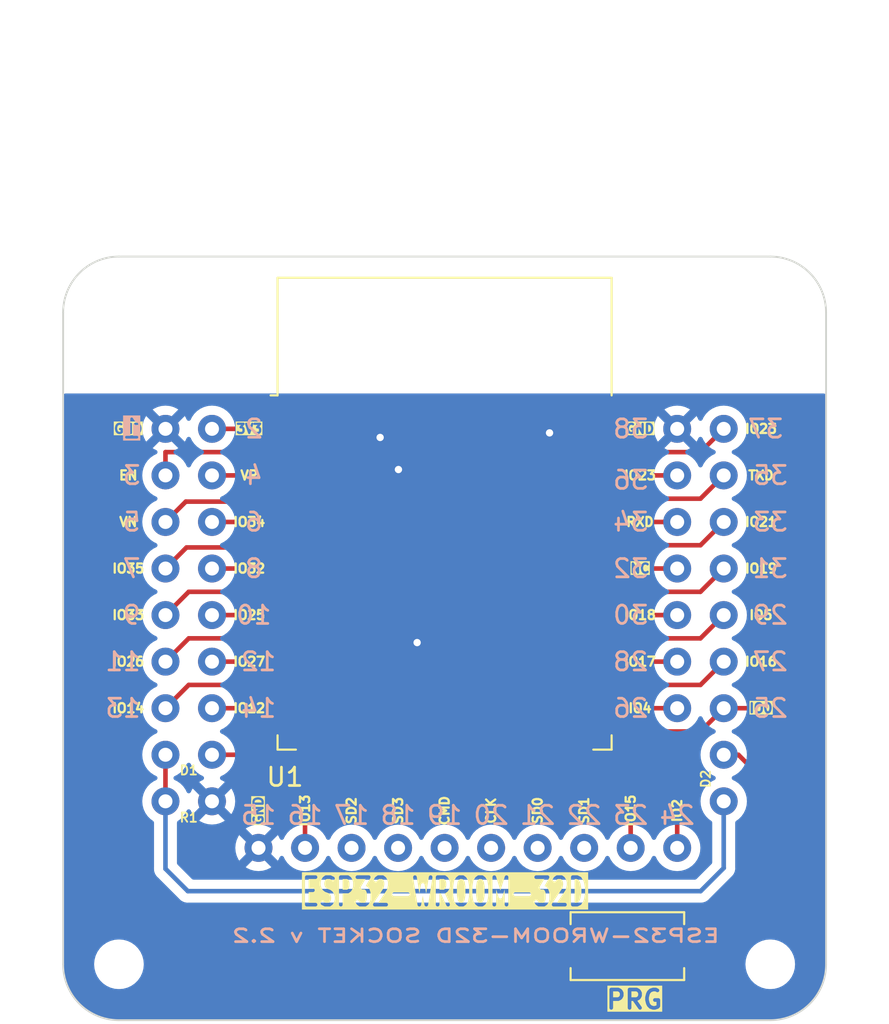
<source format=kicad_pcb>
(kicad_pcb (version 20221018) (generator pcbnew)
  (layers (0 "F.Cu" signal) (31 "B.Cu" signal) (34 "B.Paste" user) (35 "F.Paste" user) (36 "B.SilkS" user "B.Silkscreen") (37 "F.SilkS" user "F.Silkscreen") (38 "B.Mask" user) (39 "F.Mask" user) (44 "Edge.Cuts" user))
  (net 0 "")
  (net 1 "GND")
  (net 2 "+3V3")
  (net 3 "unconnected-(U1-EN-Pad3)")
  (net 4 "unconnected-(U1-SENSOR_VP-Pad4)")
  (net 5 "unconnected-(U1-SENSOR_VN-Pad5)")
  (net 6 "unconnected-(U1-IO34-Pad6)")
  (net 7 "unconnected-(U1-IO35-Pad7)")
  (net 8 "unconnected-(U1-IO32-Pad8)")
  (net 9 "unconnected-(U1-IO33-Pad9)")
  (net 10 "unconnected-(U1-IO25-Pad10)")
  (net 11 "unconnected-(U1-IO26-Pad11)")
  (net 12 "unconnected-(U1-IO27-Pad12)")
  (net 13 "unconnected-(U1-IO14-Pad13)")
  (net 14 "unconnected-(U1-IO12-Pad14)")
  (net 15 "unconnected-(U1-IO13-Pad16)")
  (net 22 "unconnected-(U1-IO15-Pad23)")
  (net 23 "unconnected-(U1-IO2-Pad24)")
  (net 24 "unconnected-(U1-IO4-Pad26)")
  (net 25 "unconnected-(U1-IO16-Pad27)")
  (net 26 "unconnected-(U1-IO17-Pad28)")
  (net 27 "unconnected-(U1-IO5-Pad29)")
  (net 28 "unconnected-(U1-IO18-Pad30)")
  (net 29 "unconnected-(U1-IO19-Pad31)")
  (net 30 "unconnected-(U1-NC-Pad32)")
  (net 31 "unconnected-(U1-IO21-Pad33)")
  (net 32 "unconnected-(U1-RXD0{slash}IO3-Pad34)")
  (net 33 "unconnected-(U1-TXD0{slash}IO1-Pad35)")
  (net 34 "unconnected-(U1-IO22-Pad36)")
  (net 35 "unconnected-(U1-IO23-Pad37)")
  (net 36 "Net-(D1-K)")
  (net 37 "Net-(D2-A)")
  (net 38 "Net-(U1-IO0)")
  (footprint "Alexander Footprints Library:R_2.5mm" (layer "F.Cu") (at 147.32 104.14)
    (fp_text reference "R1" (at -1.27 -1.651 unlocked) (layer "F.SilkS") (effects (font (size 0.5 0.5) (thickness 0.1))))
    (fp_text value "R")
    (pad "1" thru_hole circle (at -2.54 -2.54) (size 1.524 1.524) (drill 0.762) (layers "*.Cu" "*.Mask") (net 36 "Net-(D1-K)"))
    (pad "2" thru_hole circle (at 0 -2.54) (size 1.524 1.524) (drill 0.762) (layers "*.Cu" "*.Mask") (net 1 "GND"))
  )
  (footprint "Alexander Footprints Library:LED_2.5mm" (layer "F.Cu") (at 177.8 99.06 90)
    (fp_text reference "D2" (at -0.762 -3.2258 90 unlocked) (layer "F.SilkS") (effects (font (size 0.5 0.5) (thickness 0.1)) (justify right bottom)))
    (fp_text value "LED")
    (pad "1" thru_hole circle (at -2.54 -2.54 90) (size 1.524 1.524) (drill 0.762) (layers "*.Cu" "*.Mask") (net 36 "Net-(D1-K)"))
    (pad "2" thru_hole circle (at 0 -2.54 90) (size 1.524 1.524) (drill 0.762) (layers "*.Cu" "*.Mask") (net 37 "Net-(D2-A)"))
  )
  (footprint "MountingHole:MountingHole_2.2mm_M2" (layer "F.Cu") (at 142.24 74.93)
    (fp_text reference "H1" hide)
    (fp_text value "MountingHole_Pad_MP" hide)
    (pad "" np_thru_hole circle (at 0 0) (size 2.2 2.2) (drill 2.2) (layers "*.Cu" "*.Mask"))
  )
  (footprint "MountingHole:MountingHole_2.2mm_M2" (layer "F.Cu") (at 142.24 110.49)
    (fp_text reference "H3" hide)
    (fp_text value "MountingHole_Pad_MP" hide)
    (pad "" np_thru_hole circle (at 0 0) (size 2.2 2.2) (drill 2.2) (layers "*.Cu" "*.Mask"))
  )
  (footprint "MountingHole:MountingHole_2.2mm_M2" (layer "F.Cu") (at 177.8 110.49)
    (fp_text reference "H4" hide)
    (fp_text value "MountingHole_Pad_MP" hide)
    (pad "" np_thru_hole circle (at 0 0) (size 2.2 2.2) (drill 2.2) (layers "*.Cu" "*.Mask"))
  )
  (footprint "Alexander Footprints Library:LED_2.5mm" (layer "F.Cu") (at 147.32 109.22)
    (fp_text reference "D1" (at -1.27 -9.017 unlocked) (layer "F.SilkS") (effects (font (size 0.5 0.5) (thickness 0.1)) (justify bottom)))
    (fp_text value "LED")
    (pad "1" thru_hole circle (at -2.54 -10.16) (size 1.524 1.524) (drill 0.762) (layers "*.Cu" "*.Mask") (net 36 "Net-(D1-K)"))
    (pad "2" thru_hole circle (at 0 -10.16) (size 1.524 1.524) (drill 0.762) (layers "*.Cu" "*.Mask") (net 2 "+3V3"))
  )
  (footprint "MountingHole:MountingHole_2.2mm_M2" (layer "F.Cu") (at 177.8 74.93)
    (fp_text reference "H2" hide)
    (fp_text value "MountingHole_Pad_MP" hide)
    (pad "" np_thru_hole circle (at 0 0) (size 2.2 2.2) (drill 2.2) (layers "*.Cu" "*.Mask"))
  )
  (footprint "Alexander Footprints Library:ESP32-WROOM-Adapter-2" (layer "F.Cu") (at 160.02 88.9)
    (fp_text reference "U1" (at -7.62 10.795) (layer "F.SilkS") (effects (justify right top)))
    (fp_text value "ESP32-WROOM-32D")
    (fp_text user "ESP32-WROOM-32D" (at 0 17.653 unlocked) (layer "F.SilkS" knockout) (effects (font (size 1.5 1) (thickness 0.2) bold)))
    (fp_line (start -9.12 -15.86) (end -9.12 -9.445) (stroke (width 0.12)) (layer "F.SilkS"))
    (fp_line (start -9.12 -15.86) (end 9.12 -15.86) (stroke (width 0.12)) (layer "F.SilkS"))
    (fp_line (start -9.12 -9.445) (end -9.5 -9.445) (stroke (width 0.12)) (layer "F.SilkS"))
    (fp_line (start -9.12 9.1) (end -9.12 9.88) (stroke (width 0.12)) (layer "F.SilkS"))
    (fp_line (start -9.12 9.88) (end -8.12 9.88) (stroke (width 0.12)) (layer "F.SilkS"))
    (fp_line (start 9.12 -15.86) (end 9.12 -9.445) (stroke (width 0.12)) (layer "F.SilkS"))
    (fp_line (start 9.12 9.1) (end 9.12 9.88) (stroke (width 0.12)) (layer "F.SilkS"))
    (fp_line (start 9.12 9.88) (end 8.12 9.88) (stroke (width 0.12)) (layer "F.SilkS"))
    (pad "1" thru_hole circle (at -15.24 -7.62) (size 1.524 1.524) (drill 0.762) (layers "*.Cu" "*.Mask") (net 1 "GND"))
    (pad "1" smd rect (at -8.75 -8.25) (size 1.5 0.9) (layers "F.Cu" "F.Paste" "F.Mask") (net 1 "GND"))
    (pad "2" thru_hole circle (at -12.7 -7.62) (size 1.524 1.524) (drill 0.762) (layers "*.Cu" "*.Mask") (net 2 "+3V3"))
    (pad "2" smd rect (at -8.75 -6.98) (size 1.5 0.9) (layers "F.Cu" "F.Paste" "F.Mask") (net 2 "+3V3"))
    (pad "3" thru_hole circle (at -15.24 -5.08) (size 1.524 1.524) (drill 0.762) (layers "*.Cu" "*.Mask") (net 3 "unconnected-(U1-EN-Pad3)"))
    (pad "3" smd rect (at -8.75 -5.71) (size 1.5 0.9) (layers "F.Cu" "F.Paste" "F.Mask") (net 3 "unconnected-(U1-EN-Pad3)"))
    (pad "4" thru_hole circle (at -12.7 -5.08) (size 1.524 1.524) (drill 0.762) (layers "*.Cu" "*.Mask") (net 4 "unconnected-(U1-SENSOR_VP-Pad4)"))
    (pad "4" smd rect (at -8.75 -4.44) (size 1.5 0.9) (layers "F.Cu" "F.Paste" "F.Mask") (net 4 "unconnected-(U1-SENSOR_VP-Pad4)"))
    (pad "5" thru_hole circle (at -15.24 -2.54) (size 1.524 1.524) (drill 0.762) (layers "*.Cu" "*.Mask") (net 5 "unconnected-(U1-SENSOR_VN-Pad5)"))
    (pad "5" smd rect (at -8.75 -3.17) (size 1.5 0.9) (layers "F.Cu" "F.Paste" "F.Mask") (net 5 "unconnected-(U1-SENSOR_VN-Pad5)"))
    (pad "6" thru_hole circle (at -12.7 -2.54) (size 1.524 1.524) (drill 0.762) (layers "*.Cu" "*.Mask") (net 6 "unconnected-(U1-IO34-Pad6)"))
    (pad "6" smd rect (at -8.75 -1.9) (size 1.5 0.9) (layers "F.Cu" "F.Paste" "F.Mask") (net 6 "unconnected-(U1-IO34-Pad6)"))
    (pad "7" thru_hole circle (at -15.24 0) (size 1.524 1.524) (drill 0.762) (layers "*.Cu" "*.Mask") (net 7 "unconnected-(U1-IO35-Pad7)"))
    (pad "7" smd rect (at -8.75 -0.63) (size 1.5 0.9) (layers "F.Cu" "F.Paste" "F.Mask") (net 7 "unconnected-(U1-IO35-Pad7)"))
    (pad "8" thru_hole circle (at -12.7 0) (size 1.524 1.524) (drill 0.762) (layers "*.Cu" "*.Mask") (net 8 "unconnected-(U1-IO32-Pad8)"))
    (pad "8" smd rect (at -8.75 0.64) (size 1.5 0.9) (layers "F.Cu" "F.Paste" "F.Mask") (net 8 "unconnected-(U1-IO32-Pad8)"))
    (pad "9" thru_hole circle (at -15.24 2.54) (size 1.524 1.524) (drill 0.762) (layers "*.Cu" "*.Mask") (net 9 "unconnected-(U1-IO33-Pad9)"))
    (pad "9" smd rect (at -8.75 1.91) (size 1.5 0.9) (layers "F.Cu" "F.Paste" "F.Mask") (net 9 "unconnected-(U1-IO33-Pad9)"))
    (pad "10" thru_hole circle (at -12.7 2.54) (size 1.524 1.524) (drill 0.762) (layers "*.Cu" "*.Mask") (net 10 "unconnected-(U1-IO25-Pad10)"))
    (pad "10" smd rect (at -8.75 3.18) (size 1.5 0.9) (layers "F.Cu" "F.Paste" "F.Mask") (net 10 "unconnected-(U1-IO25-Pad10)"))
    (pad "11" thru_hole circle (at -15.24 5.08) (size 1.524 1.524) (drill 0.762) (layers "*.Cu" "*.Mask") (net 11 "unconnected-(U1-IO26-Pad11)"))
    (pad "11" smd rect (at -8.75 4.45) (size 1.5 0.9) (layers "F.Cu" "F.Paste" "F.Mask") (net 11 "unconnected-(U1-IO26-Pad11)"))
    (pad "12" thru_hole circle (at -12.7 5.08) (size 1.524 1.524) (drill 0.762) (layers "*.Cu" "*.Mask") (net 12 "unconnected-(U1-IO27-Pad12)"))
    (pad "12" smd rect (at -8.75 5.72) (size 1.5 0.9) (layers "F.Cu" "F.Paste" "F.Mask") (net 12 "unconnected-(U1-IO27-Pad12)"))
    (pad "13" thru_hole circle (at -15.24 7.62) (size 1.524 1.524) (drill 0.762) (layers "*.Cu" "*.Mask") (net 13 "unconnected-(U1-IO14-Pad13)"))
    (pad "13" smd rect (at -8.75 6.99) (size 1.5 0.9) (layers "F.Cu" "F.Paste" "F.Mask") (net 13 "unconnected-(U1-IO14-Pad13)"))
    (pad "14" thru_hole circle (at -12.7 7.62) (size 1.524 1.524) (drill 0.762) (layers "*.Cu" "*.Mask") (net 14 "unconnected-(U1-IO12-Pad14)"))
    (pad "14" smd rect (at -8.75 8.26) (size 1.5 0.9) (layers "F.Cu" "F.Paste" "F.Mask") (net 14 "unconnected-(U1-IO12-Pad14)"))
    (pad "15" thru_hole circle (at -10.16 15.24 90) (size 1.524 1.524) (drill 0.762) (layers "*.Cu" "*.Mask") (net 1 "GND"))
    (pad "15" smd rect (at -5.71 9.51 90) (size 1.5 0.9) (layers "F.Cu" "F.Paste" "F.Mask") (net 1 "GND"))
    (pad "16" thru_hole circle (at -7.62 15.24 90) (size 1.524 1.524) (drill 0.762) (layers "*.Cu" "*.Mask") (net 15 "unconnected-(U1-IO13-Pad16)"))
    (pad "16" smd rect (at -4.44 9.51 90) (size 1.5 0.9) (layers "F.Cu" "F.Paste" "F.Mask") (net 15 "unconnected-(U1-IO13-Pad16)"))
    (pad "17" thru_hole circle (at -5.08 15.24 90) (size 1.524 1.524) (drill 0.762) (layers "*.Cu" "*.Mask"))
    (pad "17" smd rect (at -3.17 9.51 90) (size 1.5 0.9) (layers "F.Cu" "F.Paste" "F.Mask"))
    (pad "18" thru_hole circle (at -2.54 15.24 90) (size 1.524 1.524) (drill 0.762) (layers "*.Cu" "*.Mask"))
    (pad "18" smd rect (at -1.9 9.51 90) (size 1.5 0.9) (layers "F.Cu" "F.Paste" "F.Mask"))
    (pad "19" smd rect (at -0.63 9.51 90) (size 1.5 0.9) (layers "F.Cu" "F.Paste" "F.Mask"))
    (pad "19" thru_hole circle (at 0 15.24 90) (size 1.524 1.524) (drill 0.762) (layers "*.Cu" "*.Mask"))
    (pad "20" smd rect (at 0.64 9.51 90) (size 1.5 0.9) (layers "F.Cu" "F.Paste" "F.Mask"))
    (pad "20" thru_hole circle (at 2.54 15.24 90) (size 1.524 1.524) (drill 0.762) (layers "*.Cu" "*.Mask"))
    (pad "21" smd rect (at 1.91 9.51 90) (size 1.5 0.9) (layers "F.Cu" "F.Paste" "F.Mask"))
    (pad "21" thru_hole circle (at 5.08 15.24 90) (size 1.524 1.524) (drill 0.762) (layers "*.Cu" "*.Mask"))
    (pad "22" smd rect (at 3.18 9.51 90) (size 1.5 0.9) (layers "F.Cu" "F.Paste" "F.Mask"))
    (pad "22" thru_hole circle (at 7.62 15.24 90) (size 1.524 1.524) (drill 0.762) (layers "*.Cu" "*.Mask"))
    (pad "23" smd rect (at 4.45 9.51 90) (size 1.5 0.9) (layers "F.Cu" "F.Paste" "F.Mask") (net 22 "unconnected-(U1-IO15-Pad23)"))
    (pad "23" thru_hole circle (at 10.16 15.24 90) (size 1.524 1.524) (drill 0.762) (layers "*.Cu" "*.Mask") (net 22 "unconnected-(U1-IO15-Pad23)"))
    (pad "24" smd rect (at 5.72 9.51 90) (size 1.5 0.9) (layers "F.Cu" "F.Paste" "F.Mask") (net 23 "unconnected-(U1-IO2-Pad24)"))
    (pad "24" thru_hole circle (at 12.7 15.24 90) (size 1.524 1.524) (drill 0.762) (layers "*.Cu" "*.Mask") (net 23 "unconnected-(U1-IO2-Pad24)"))
    (pad "25" smd rect (at 8.75 8.26) (size 1.5 0.9) (layers "F.Cu" "F.Paste" "F.Mask") (net 38 "Net-(U1-IO0)"))
    (pad "25" thru_hole circle (at 15.24 7.62) (size 1.524 1.524) (drill 0.762) (layers "*.Cu" "*.Mask") (net 38 "Net-(U1-IO0)"))
    (pad "26" smd rect (at 8.75 6.99) (size 1.5 0.9) (layers "F.Cu" "F.Paste" "F.Mask") (net 24 "unconnected-(U1-IO4-Pad26)"))
    (pad "26" thru_hole circle (at 12.7 7.62) (size 1.524 1.524) (drill 0.762) (layers "*.Cu" "*.Mask") (net 24 "unconnected-(U1-IO4-Pad26)"))
    (pad "27" smd rect (at 8.75 5.72) (size 1.5 0.9) (layers "F.Cu" "F.Paste" "F.Mask") (net 25 "unconnected-(U1-IO16-Pad27)"))
    (pad "27" thru_hole circle (at 15.24 5.08) (size 1.524 1.524) (drill 0.762) (layers "*.Cu" "*.Mask") (net 25 "unconnected-(U1-IO16-Pad27)"))
    (pad "28" smd rect (at 8.75 4.45) (size 1.5 0.9) (layers "F.Cu" "F.Paste" "F.Mask") (net 26 "unconnected-(U1-IO17-Pad28)"))
    (pad "28" thru_hole circle (at 12.7 5.08) (size 1.524 1.524) (drill 0.762) (layers "*.Cu" "*.Mask") (net 26 "unconnected-(U1-IO17-Pad28)"))
    (pad "29" smd rect (at 8.75 3.18) (size 1.5 0.9) (layers "F.Cu" "F.Paste" "F.Mask") (net 27 "unconnected-(U1-IO5-Pad29)"))
    (pad "29" thru_hole circle (at 15.24 2.54) (size 1.524 1.524) (drill 0.762) (layers "*.Cu" "*.Mask") (net 27 "unconnected-(U1-IO5-Pad29)"))
    (pad "30" smd rect (at 8.75 1.91) (size 1.5 0.9) (layers "F.Cu" "F.Paste" "F.Mask") (net 28 "unconnected-(U1-IO18-Pad30)"))
    (pad "30" thru_hole circle (at 12.7 2.54) (size 1.524 1.524) (drill 0.762) (layers "*.Cu" "*.Mask") (net 28 "unconnected-(U1-IO18-Pad30)"))
    (pad "31" smd rect (at 8.75 0.64) (size 1.5 0.9) (layers "F.Cu" "F.Paste" "F.Mask") (net 29 "unconnected-(U1-IO19-Pad31)"))
    (pad "31" thru_hole circle (at 15.24 0) (size 1.524 1.524) (drill 0.762) (layers "*.Cu" "*.Mask") (net 29 "unconnected-(U1-IO19-Pad31)"))
    (pad "32" smd rect (at 8.75 -0.63) (size 1.5 0.9) (layers "F.Cu" "F.Paste" "F.Mask") (net 30 "unconnected-(U1-NC-Pad32)"))
    (pad "32" thru_hole circle (at 12.7 0) (size 1.524 1.524) (drill 0.762) (layers "*.Cu" "*.Mask") (net 30 "unconnected-(U1-NC-Pad32)"))
    (pad "33" smd rect (at 8.75 -1.9) (size 1.5 0.9) (layers "F.Cu" "F.Paste" "F.Mask") (net 31 "unconnected-(U1-IO21-Pad33)"))
    (pad "33" thru_hole circle (at 15.24 -2.54) (size 1.524 1.524) (drill 0.762) (layers "*.Cu" "*.Mask") (net 31 "unconnected-(U1-IO21-Pad33)"))
    (pad "34" smd rect (at 8.75 -3.17) (size 1.5 0.9) (layers "F.Cu" "F.Paste" "F.Mask") (net 32 "unconnected-(U1-RXD0{slash}IO3-Pad34)"))
    (pad "34" thru_hole circle (at 12.7 -2.54) (size 1.524 1.524) (drill 0.762) (layers "*.Cu" "*.Mask") (net 32 "unconnected-(U1-RXD0{slash}IO3-Pad34)"))
    (pad "35" smd rect (at 8.75 -4.44) (size 1.5 0.9) (layers "F.Cu" "F.Paste" "F.Mask") (net 33 "unconnected-(U1-TXD0{slash}IO1-Pad35)"))
    (pad "35" thru_hole circle (at 15.24 -5.08) (size 1.524 1.524) (drill 0.762) (layers "*.Cu" "*.Mask") (net 33 "unconnected-(U1-TXD0{slash}IO1-Pad35)"))
    (pad "36" smd rect (at 8.75 -5.71) (size 1.5 0.9) (layers "F.Cu" "F.Paste" "F.Mask") (net 34 "unconnected-(U1-IO22-Pad36)"))
    (pad "36" thru_hole circle (at 12.7 -5.08) (size 1.524 1.524) (drill 0.762) (layers "*.Cu" "*.Mask") (net 34 "unconnected-(U1-IO22-Pad36)"))
    (pad "37" smd rect (at 8.75 -6.98) (size 1.5 0.9) (layers "F.Cu" "F.Paste" "F.Mask") (net 35 "unconnected-(U1-IO23-Pad37)"))
    (pad "37" thru_hole circle (at 15.24 -7.62) (size 1.524 1.524) (drill 0.762) (layers "*.Cu" "*.Mask") (net 35 "unconnected-(U1-IO23-Pad37)"))
    (pad "38" smd rect (at 8.75 -8.25) (size 1.5 0.9) (layers "F.Cu" "F.Paste" "F.Mask") (net 1 "GND"))
    (pad "38" thru_hole circle (at 12.7 -7.62) (size 1.524 1.524) (drill 0.762) (layers "*.Cu" "*.Mask") (net 1 "GND"))
    (pad "39" smd rect (at -1.5 -0.53) (size 3.8 3.8) (layers "F.Cu" "F.Mask") (net 1 "GND"))
    (zone (net 0) (net_name "") (layers "*.Cu") (connect_pads (clearance 0)) (min_thickness 0.254)
      (keepout (tracks not_allowed) (vias not_allowed) (pads not_allowed) (copperpour not_allowed) (footprints not_allowed))
      (fill (thermal_gap 0.508) (thermal_bridge_width 0.508))
      (polygon (pts (xy 136.02 79.35) (xy 184.02 79.35) (xy 184.02 58.16) (xy 136.02 58.16)))
    )
  )
  (footprint "Button_Switch_SMD:SW_SPST_EVQPE1" (layer "F.Cu") (at 170 109.5 180)
    (fp_text reference "SW1" hide)
    (fp_text value "PRG")
    (fp_line (start -3.1 -1.85) (end -3.1 -1.2) (stroke (width 0.12)) (layer "F.SilkS"))
    (fp_line (start -3.1 1.2) (end -3.1 1.85) (stroke (width 0.12)) (layer "F.SilkS"))
    (fp_line (start -3.1 1.85) (end 3.1 1.85) (stroke (width 0.12)) (layer "F.SilkS"))
    (fp_line (start 3.1 -1.85) (end -3.1 -1.85) (stroke (width 0.12)) (layer "F.SilkS"))
    (fp_line (start 3.1 -1.85) (end 3.1 -1.2) (stroke (width 0.12)) (layer "F.SilkS"))
    (fp_line (start 3.1 1.85) (end 3.1 1.2) (stroke (width 0.12)) (layer "F.SilkS"))
    (pad "1" smd rect (at -2.7 0 180) (size 2 1.6) (layers "F.Cu" "F.Paste" "F.Mask") (net 38 "Net-(U1-IO0)"))
    (pad "2" smd rect (at 2.7 0 180) (size 2 1.6) (layers "F.Cu" "F.Paste" "F.Mask") (net 37 "Net-(D2-A)"))
  )
  (gr_line (start 177.8 113.538) (end 142.24 113.538) (stroke (width 0.1)) (layer "Edge.Cuts"))
  (gr_arc (start 177.8 71.882) (mid 179.955261 72.774739) (end 180.848 74.93) (stroke (width 0.1)) (layer "Edge.Cuts"))
  (gr_arc (start 139.192 74.93) (mid 140.084739 72.774739) (end 142.24 71.882) (stroke (width 0.1)) (layer "Edge.Cuts"))
  (gr_arc (start 142.24 113.538) (mid 140.084739 112.645261) (end 139.192 110.49) (stroke (width 0.1)) (layer "Edge.Cuts"))
  (gr_arc (start 180.848 110.49) (mid 179.955261 112.645261) (end 177.8 113.538) (stroke (width 0.1)) (layer "Edge.Cuts"))
  (gr_line (start 139.192 74.93) (end 139.192 110.49) (stroke (width 0.1)) (layer "Edge.Cuts"))
  (gr_line (start 177.8 71.882) (end 142.24 71.882) (stroke (width 0.1)) (layer "Edge.Cuts"))
  (gr_line (start 180.848 110.49) (end 180.848 74.93) (stroke (width 0.1)) (layer "Edge.Cuts"))
  (gr_text "26" (at 170.18 96.52) (layer "B.SilkS") (effects (font (size 1 1)) (justify mirror)))
  (gr_text "14" (at 149.86 96.52) (layer "B.SilkS") (effects (font (size 1 1)) (justify mirror)))
  (gr_text "18" (at 157.48 102.362) (layer "B.SilkS") (effects (font (size 1 1)) (justify mirror)))
  (gr_text "13" (at 143.51 96.52) (layer "B.SilkS") (effects (font (size 1 1)) (justify left mirror)))
  (gr_text "15" (at 149.86 102.362) (layer "B.SilkS") (effects (font (size 1 1)) (justify mirror)))
  (gr_text "24" (at 172.72 102.362) (layer "B.SilkS") (effects (font (size 1 1)) (justify mirror)))
  (gr_text "6" (at 149.606 86.36) (layer "B.SilkS") (effects (font (size 1 1)) (justify mirror)))
  (gr_text "7" (at 143.51 88.9) (layer "B.SilkS") (effects (font (size 1 1)) (justify left mirror)))
  (gr_text "28" (at 170.18 93.98) (layer "B.SilkS") (effects (font (size 1 1)) (justify mirror)))
  (gr_text "33" (at 177.8 86.36) (layer "B.SilkS") (effects (font (size 1 1)) (justify mirror)))
  (gr_text "19" (at 160.02 102.362) (layer "B.SilkS") (effects (font (size 1 1)) (justify mirror)))
  (gr_text "5" (at 143.51 86.36) (layer "B.SilkS") (effects (font (size 1 1)) (justify left mirror)))
  (gr_text "31" (at 177.8 88.9) (layer "B.SilkS") (effects (font (size 1 1)) (justify mirror)))
  (gr_text "10" (at 149.606 91.44) (layer "B.SilkS") (effects (font (size 1 1)) (justify mirror)))
  (gr_text "16" (at 152.4 102.362) (layer "B.SilkS") (effects (font (size 1 1)) (justify mirror)))
  (gr_text "3" (at 143.51 83.82) (layer "B.SilkS") (effects (font (size 1 1)) (justify left mirror)))
  (gr_text "32" (at 170.18 88.9) (layer "B.SilkS") (effects (font (size 1 1)) (justify mirror)))
  (gr_text "22" (at 167.64 102.362) (layer "B.SilkS") (effects (font (size 1 1)) (justify mirror)))
  (gr_text "27" (at 177.8 93.98) (layer "B.SilkS") (effects (font (size 1 1)) (justify mirror)))
  (gr_text "4" (at 149.606 83.82) (layer "B.SilkS") (effects (font (size 1 1)) (justify mirror)))
  (gr_text "25" (at 177.8 96.52) (layer "B.SilkS") (effects (font (size 1 1)) (justify mirror)))
  (gr_text "8" (at 149.606 88.9) (layer "B.SilkS") (effects (font (size 1 1)) (justify mirror)))
  (gr_text "17" (at 154.94 102.362) (layer "B.SilkS") (effects (font (size 1 1)) (justify mirror)))
  (gr_text "36" (at 170.18 84.074) (layer "B.SilkS") (effects (font (size 1 1)) (justify mirror)))
  (gr_text "37" (at 177.546 81.28) (layer "B.SilkS") (effects (font (size 1 1)) (justify mirror)))
  (gr_text "23\n" (at 170.18 102.362) (layer "B.SilkS") (effects (font (size 1 1)) (justify mirror)))
  (gr_text "29" (at 177.8 91.44) (layer "B.SilkS") (effects (font (size 1 1)) (justify mirror)))
  (gr_text "35" (at 177.8 83.82) (layer "B.SilkS") (effects (font (size 1 1)) (justify mirror)))
  (gr_text "30" (at 170.18 91.44) (layer "B.SilkS") (effects (font (size 1 1)) (justify mirror)))
  (gr_text "9" (at 143.51 91.44) (layer "B.SilkS") (effects (font (size 1 1)) (justify left mirror)))
  (gr_text "11" (at 143.51 93.98) (layer "B.SilkS") (effects (font (size 1 1)) (justify left mirror)))
  (gr_text "34" (at 170.18 86.36) (layer "B.SilkS") (effects (font (size 1 1)) (justify mirror)))
  (gr_text "2" (at 149.606 81.28) (layer "B.SilkS") (effects (font (size 1 1)) (justify mirror)))
  (gr_text "20" (at 162.56 102.362) (layer "B.SilkS") (effects (font (size 1 1)) (justify mirror)))
  (gr_text "12" (at 149.86 93.98) (layer "B.SilkS") (effects (font (size 1 1)) (justify mirror)))
  (gr_text "21" (at 165.1 102.362) (layer "B.SilkS") (effects (font (size 1 1)) (justify mirror)))
  (gr_text "1" (at 143.51 81.28) (layer "B.SilkS" knockout) (effects (font (size 1 1)) (justify left mirror)))
  (gr_text "38" (at 170.18 81.28) (layer "B.SilkS") (effects (font (size 1 1)) (justify mirror)))
  (gr_text "ESP32-WROOM-32D SOCKET v 2.2" (at 175.133 109.347) (layer "B.SilkS") (effects (font (size 0.7 1)) (justify left bottom mirror)))
  (gr_text "RXD" (at 170.688 86.36) (layer "F.SilkS") (effects (font (size 0.5 0.5) (thickness 0.125))))
  (gr_text "CMD" (at 160.02 102.108 90) (layer "F.SilkS") (effects (font (size 0.5 0.5) (thickness 0.125))))
  (gr_text "IO23" (at 170.688 83.82) (layer "F.SilkS") (effects (font (size 0.5 0.5) (thickness 0.125))))
  (gr_text "SD2" (at 154.94 102.108 90) (layer "F.SilkS") (effects (font (size 0.5 0.5) (thickness 0.125))))
  (gr_text "CLK" (at 162.56 102.108 90) (layer "F.SilkS") (effects (font (size 0.5 0.5) (thickness 0.125))))
  (gr_text "IO18" (at 170.688 91.44) (layer "F.SilkS") (effects (font (size 0.5 0.5) (thickness 0.125))))
  (gr_text "IO13" (at 152.4 102.108 90) (layer "F.SilkS") (effects (font (size 0.5 0.5) (thickness 0.125))))
  (gr_text "SD0" (at 165.1 102.108 90) (layer "F.SilkS") (effects (font (size 0.5 0.5) (thickness 0.125))))
  (gr_text "IO35" (at 142.748 88.9) (layer "F.SilkS") (effects (font (size 0.5 0.5) (thickness 0.125))))
  (gr_text "IO4" (at 170.688 96.52) (layer "F.SilkS") (effects (font (size 0.5 0.5) (thickness 0.125))))
  (gr_text "IO14" (at 142.748 96.52) (layer "F.SilkS") (effects (font (size 0.5 0.5) (thickness 0.125))))
  (gr_text "IO15" (at 170.18 102.108 90) (layer "F.SilkS") (effects (font (size 0.5 0.5) (thickness 0.125))))
  (gr_text "PRG" (at 168.75 113) (layer "F.SilkS" knockout) (effects (font (size 1 1) (thickness 0.2) bold) (justify left bottom)))
  (gr_text "IO5" (at 177.292 91.44) (layer "F.SilkS") (effects (font (size 0.5 0.5) (thickness 0.125))))
  (gr_text "VN" (at 142.748 86.36) (layer "F.SilkS") (effects (font (size 0.5 0.5) (thickness 0.125))))
  (gr_text "IO25" (at 149.352 91.44) (layer "F.SilkS") (effects (font (size 0.5 0.5) (thickness 0.125))))
  (gr_text "SD1" (at 167.64 102.108 90) (layer "F.SilkS") (effects (font (size 0.5 0.5) (thickness 0.125))))
  (gr_text "IO12" (at 149.352 96.52) (layer "F.SilkS") (effects (font (size 0.5 0.5) (thickness 0.125))))
  (gr_text "3V3" (at 149.352 81.28) (layer "F.SilkS" knockout) (effects (font (size 0.5 0.5) (thickness 0.125))))
  (gr_text "IO26" (at 142.748 93.98) (layer "F.SilkS") (effects (font (size 0.5 0.5) (thickness 0.125))))
  (gr_text "VP" (at 149.352 83.82) (layer "F.SilkS") (effects (font (size 0.5 0.5) (thickness 0.125))))
  (gr_text "GND" (at 142.748 81.28) (layer "F.SilkS" knockout) (effects (font (size 0.5 0.5) (thickness 0.125))))
  (gr_text "IO34" (at 149.352 86.36) (layer "F.SilkS") (effects (font (size 0.5 0.5) (thickness 0.125))))
  (gr_text "IO23" (at 177.292 81.28) (layer "F.SilkS") (effects (font (size 0.5 0.5) (thickness 0.125))))
  (gr_text "IO16" (at 177.292 93.98) (layer "F.SilkS") (effects (font (size 0.5 0.5) (thickness 0.125))))
  (gr_text "IO17" (at 170.688 93.98) (layer "F.SilkS") (effects (font (size 0.5 0.5) (thickness 0.125))))
  (gr_text "IO0" (at 177.292 96.52) (layer "F.SilkS" knockout) (effects (font (size 0.5 0.5) (thickness 0.125))))
  (gr_text "TXD" (at 177.292 83.82) (layer "F.SilkS") (effects (font (size 0.5 0.5) (thickness 0.125))))
  (gr_text "SD3" (at 157.48 102.108 90) (layer "F.SilkS") (effects (font (size 0.5 0.5) (thickness 0.125))))
  (gr_text "EN" (at 142.748 83.82) (layer "F.SilkS") (effects (font (size 0.5 0.5) (thickness 0.125))))
  (gr_text "IO19" (at 177.292 88.9) (layer "F.SilkS") (effects (font (size 0.5 0.5) (thickness 0.125))))
  (gr_text "IO32" (at 149.352 88.9) (layer "F.SilkS") (effects (font (size 0.5 0.5) (thickness 0.125))))
  (gr_text "GND" (at 170.688 81.28) (layer "F.SilkS" knockout) (effects (font (size 0.5 0.5) (thickness 0.125))))
  (gr_text "IO27" (at 149.352 93.98) (layer "F.SilkS") (effects (font (size 0.5 0.5) (thickness 0.125))))
  (gr_text "GND" (at 149.86 102.108 90) (layer "F.SilkS" knockout) (effects (font (size 0.5 0.5) (thickness 0.125))))
  (gr_text "IO21" (at 177.292 86.36) (layer "F.SilkS") (effects (font (size 0.5 0.5) (thickness 0.125))))
  (gr_text "IO33" (at 142.748 91.44) (layer "F.SilkS") (effects (font (size 0.5 0.5) (thickness 0.125))))
  (gr_text "NC" (at 170.688 88.9) (layer "F.SilkS" knockout) (effects (font (size 0.5 0.5) (thickness 0.125))))
  (gr_text "IO2" (at 172.72 102.108 90) (layer "F.SilkS") (effects (font (size 0.5 0.5) (thickness 0.125))))
  (segment (start 167 80.65) (end 160.19 80.65) (width 0.25) (layer "F.Cu") (net 1))
  (segment (start 156.85 80.65) (end 158.52 82.32) (width 0.25) (layer "F.Cu") (net 1))
  (segment (start 158.52 92.94) (end 158.52 88.37) (width 0.25) (layer "F.Cu") (net 1))
  (segment (start 158.52 83.5) (end 158.52 88.37) (width 0.25) (layer "F.Cu") (net 1))
  (segment (start 156.85 80.65) (end 156.85 81.4) (width 0.25) (layer "F.Cu") (net 1))
  (segment (start 156.85 81.4) (end 156.5 81.75) (width 0.25) (layer "F.Cu") (net 1))
  (segment (start 154.31 98.41) (end 154.31 97.15) (width 0.25) (layer "F.Cu") (net 1))
  (segment (start 168.77 80.65) (end 167 80.65) (width 0.25) (layer "F.Cu") (net 1))
  (segment (start 158.52 83.5) (end 157.5 83.5) (width 0.25) (layer "F.Cu") (net 1))
  (segment (start 154.31 97.15) (end 158.52 92.94) (width 0.25) (layer "F.Cu") (net 1))
  (segment (start 158.52 82.32) (end 158.52 83.5) (width 0.25) (layer "F.Cu") (net 1))
  (segment (start 160.19 80.65) (end 158.52 82.32) (width 0.25) (layer "F.Cu") (net 1))
  (segment (start 151.27 80.65) (end 156.85 80.65) (width 0.25) (layer "F.Cu") (net 1))
  (segment (start 166.6 80.65) (end 165.75 81.5) (width 0.25) (layer "F.Cu") (net 1))
  (segment (start 167 80.65) (end 166.6 80.65) (width 0.25) (layer "F.Cu") (net 1))
  (via (at 157.5 83.5) (size 0.8) (drill 0.4) (layers "F.Cu" "B.Cu") (net 1))
  (via (at 165.75 81.5) (size 0.8) (drill 0.4) (layers "F.Cu" "B.Cu") (net 1))
  (via (at 158.52 92.94) (size 0.8) (drill 0.4) (layers "F.Cu" "B.Cu") (net 1))
  (via (at 156.5 81.75) (size 0.8) (drill 0.4) (layers "F.Cu" "B.Cu") (net 1))
  (segment (start 147.32 99.06) (end 151.892 99.06) (width 0.25) (layer "F.Cu") (net 2))
  (segment (start 152.908 82.169) (end 152.659 81.92) (width 0.25) (layer "F.Cu") (net 2))
  (segment (start 149.22 81.28) (end 149.86 81.92) (width 0.25) (layer "F.Cu") (net 2))
  (segment (start 151.27 81.92) (end 149.86 81.92) (width 0.25) (layer "F.Cu") (net 2))
  (segment (start 152.659 81.92) (end 151.27 81.92) (width 0.25) (layer "F.Cu") (net 2))
  (segment (start 147.32 81.28) (end 149.22 81.28) (width 0.25) (layer "F.Cu") (net 2))
  (segment (start 152.908 98.044) (end 152.908 82.169) (width 0.25) (layer "F.Cu") (net 2))
  (segment (start 151.892 99.06) (end 152.908 98.044) (width 0.25) (layer "F.Cu") (net 2))
  (segment (start 149.22 82.55) (end 144.78 82.55) (width 0.25) (layer "F.Cu") (net 3))
  (segment (start 149.86 83.19) (end 149.22 82.55) (width 0.25) (layer "F.Cu") (net 3))
  (segment (start 151.27 83.19) (end 149.86 83.19) (width 0.25) (layer "F.Cu") (net 3))
  (segment (start 144.78 82.55) (end 144.78 83.82) (width 0.25) (layer "F.Cu") (net 3))
  (segment (start 147.32 83.82) (end 149.098 83.82) (width 0.25) (layer "F.Cu") (net 4))
  (segment (start 149.098 83.82) (end 149.738 84.46) (width 0.25) (layer "F.Cu") (net 4))
  (segment (start 149.738 84.46) (end 151.27 84.46) (width 0.25) (layer "F.Cu") (net 4))
  (segment (start 149.86 85.73) (end 151.27 85.73) (width 0.25) (layer "F.Cu") (net 5))
  (segment (start 149.38 85.25) (end 149.86 85.73) (width 0.25) (layer "F.Cu") (net 5))
  (segment (start 144.78 86.36) (end 145.89 85.25) (width 0.25) (layer "F.Cu") (net 5))
  (segment (start 145.89 85.25) (end 149.38 85.25) (width 0.25) (layer "F.Cu") (net 5))
  (segment (start 149.098 86.36) (end 147.32 86.36) (width 0.25) (layer "F.Cu") (net 6))
  (segment (start 149.738 87) (end 149.098 86.36) (width 0.25) (layer "F.Cu") (net 6))
  (segment (start 151.27 87) (end 149.738 87) (width 0.25) (layer "F.Cu") (net 6))
  (segment (start 149.86 88.27) (end 151.27 88.27) (width 0.25) (layer "F.Cu") (net 7))
  (segment (start 145.93 87.75) (end 149.34 87.75) (width 0.25) (layer "F.Cu") (net 7))
  (segment (start 144.78 88.9) (end 145.93 87.75) (width 0.25) (layer "F.Cu") (net 7))
  (segment (start 149.34 87.75) (end 149.86 88.27) (width 0.25) (layer "F.Cu") (net 7))
  (segment (start 151.27 89.54) (end 149.992 89.54) (width 0.25) (layer "F.Cu") (net 8))
  (segment (start 149.352 88.9) (end 147.32 88.9) (width 0.25) (layer "F.Cu") (net 8))
  (segment (start 149.992 89.54) (end 149.352 88.9) (width 0.25) (layer "F.Cu") (net 8))
  (segment (start 149.22 90.17) (end 149.86 90.81) (width 0.25) (layer "F.Cu") (net 9))
  (segment (start 146.05 90.17) (end 149.22 90.17) (width 0.25) (layer "F.Cu") (net 9))
  (segment (start 144.78 91.44) (end 146.05 90.17) (width 0.25) (layer "F.Cu") (net 9))
  (segment (start 149.86 90.81) (end 151.27 90.81) (width 0.25) (layer "F.Cu") (net 9))
  (segment (start 149.738 92.08) (end 149.098 91.44) (width 0.25) (layer "F.Cu") (net 10))
  (segment (start 151.27 92.08) (end 149.738 92.08) (width 0.25) (layer "F.Cu") (net 10))
  (segment (start 149.098 91.44) (end 147.32 91.44) (width 0.25) (layer "F.Cu") (net 10))
  (segment (start 148.59 92.71) (end 146.05 92.71) (width 0.25) (layer "F.Cu") (net 11))
  (segment (start 149.23 93.35) (end 148.59 92.71) (width 0.25) (layer "F.Cu") (net 11))
  (segment (start 146.05 92.71) (end 144.78 93.98) (width 0.25) (layer "F.Cu") (net 11))
  (segment (start 151.27 93.35) (end 149.23 93.35) (width 0.25) (layer "F.Cu") (net 11))
  (segment (start 151.27 94.62) (end 149.23 94.62) (width 0.25) (layer "F.Cu") (net 12))
  (segment (start 148.59 93.98) (end 147.32 93.98) (width 0.25) (layer "F.Cu") (net 12))
  (segment (start 149.23 94.62) (end 148.59 93.98) (width 0.25) (layer "F.Cu") (net 12))
  (segment (start 144.78 96.52) (end 146.05 95.25) (width 0.25) (layer "F.Cu") (net 13))
  (segment (start 146.05 95.25) (end 148.59 95.25) (width 0.25) (layer "F.Cu") (net 13))
  (segment (start 149.23 95.89) (end 151.27 95.89) (width 0.25) (layer "F.Cu") (net 13))
  (segment (start 148.59 95.25) (end 149.23 95.89) (width 0.25) (layer "F.Cu") (net 13))
  (segment (start 148.844 96.52) (end 147.32 96.52) (width 0.25) (layer "F.Cu") (net 14))
  (segment (start 149.484 97.16) (end 148.844 96.52) (width 0.25) (layer "F.Cu") (net 14))
  (segment (start 151.27 97.16) (end 149.484 97.16) (width 0.25) (layer "F.Cu") (net 14))
  (segment (start 155.58 98.41) (end 155.58 100.92) (width 0.25) (layer "F.Cu") (net 15))
  (segment (start 155.58 100.92) (end 155.154 101.346) (width 0.25) (layer "F.Cu") (net 15))
  (segment (start 153.924 101.346) (end 152.4 102.87) (width 0.25) (layer "F.Cu") (net 15))
  (segment (start 155.154 101.346) (end 153.924 101.346) (width 0.25) (layer "F.Cu") (net 15))
  (segment (start 152.4 102.87) (end 152.4 104.14) (width 0.25) (layer "F.Cu") (net 15))
  (segment (start 164.47 100.97) (end 165.25 101.75) (width 0.25) (layer "F.Cu") (net 22))
  (segment (start 164.47 98.41) (end 164.47 100.97) (width 0.25) (layer "F.Cu") (net 22))
  (segment (start 170.18 102.68) (end 170.18 104.14) (width 0.25) (layer "F.Cu") (net 22))
  (segment (start 165.25 101.75) (end 169.25 101.75) (width 0.25) (layer "F.Cu") (net 22))
  (segment (start 169.25 101.75) (end 170.18 102.68) (width 0.25) (layer "F.Cu") (net 22))
  (segment (start 171.508 101.15) (end 172.72 102.362) (width 0.25) (layer "F.Cu") (net 23))
  (segment (start 165.74 98.41) (end 165.74 100.35) (width 0.25) (layer "F.Cu") (net 23))
  (segment (start 165.74 100.35) (end 166.54 101.15) (width 0.25) (layer "F.Cu") (net 23))
  (segment (start 166.54 101.15) (end 171.508 101.15) (width 0.25) (layer "F.Cu") (net 23))
  (segment (start 172.72 102.362) (end 172.72 104.14) (width 0.25) (layer "F.Cu") (net 23))
  (segment (start 170.942 96.52) (end 172.72 96.52) (width 0.25) (layer "F.Cu") (net 24))
  (segment (start 170.312 95.89) (end 170.942 96.52) (width 0.25) (layer "F.Cu") (net 24))
  (segment (start 168.77 95.89) (end 170.312 95.89) (width 0.25) (layer "F.Cu") (net 24))
  (segment (start 173.99 95.25) (end 175.26 93.98) (width 0.25) (layer "F.Cu") (net 25))
  (segment (start 169.733 94.62) (end 170.363 95.25) (width 0.25) (layer "F.Cu") (net 25))
  (segment (start 170.363 95.25) (end 173.99 95.25) (width 0.25) (layer "F.Cu") (net 25))
  (segment (start 168.77 94.62) (end 169.733 94.62) (width 0.25) (layer "F.Cu") (net 25))
  (segment (start 168.77 93.35) (end 170.312 93.35) (width 0.25) (layer "F.Cu") (net 26))
  (segment (start 170.942 93.98) (end 172.72 93.98) (width 0.25) (layer "F.Cu") (net 26))
  (segment (start 170.312 93.35) (end 170.942 93.98) (width 0.25) (layer "F.Cu") (net 26))
  (segment (start 171.074 92.08) (end 171.704 92.71) (width 0.25) (layer "F.Cu") (net 27))
  (segment (start 173.99 92.71) (end 175.26 91.44) (width 0.25) (layer "F.Cu") (net 27))
  (segment (start 168.77 92.08) (end 171.074 92.08) (width 0.25) (layer "F.Cu") (net 27))
  (segment (start 171.704 92.71) (end 173.99 92.71) (width 0.25) (layer "F.Cu") (net 27))
  (segment (start 170.942 91.44) (end 172.72 91.44) (width 0.25) (layer "F.Cu") (net 28))
  (segment (start 170.312 90.81) (end 170.942 91.44) (width 0.25) (layer "F.Cu") (net 28))
  (segment (start 168.77 90.81) (end 170.312 90.81) (width 0.25) (layer "F.Cu") (net 28))
  (segment (start 173.99 90.17) (end 175.26 88.9) (width 0.25) (layer "F.Cu") (net 29))
  (segment (start 168.77 89.54) (end 169.733 89.54) (width 0.25) (layer "F.Cu") (net 29))
  (segment (start 170.363 90.17) (end 173.99 90.17) (width 0.25) (layer "F.Cu") (net 29))
  (segment (start 169.733 89.54) (end 170.363 90.17) (width 0.25) (layer "F.Cu") (net 29))
  (segment (start 171.196 88.9) (end 172.72 88.9) (width 0.25) (layer "F.Cu") (net 30))
  (segment (start 168.77 88.27) (end 170.566 88.27) (width 0.25) (layer "F.Cu") (net 30))
  (segment (start 170.566 88.27) (end 171.196 88.9) (width 0.25) (layer "F.Cu") (net 30))
  (segment (start 170.363 87.63) (end 173.99 87.63) (width 0.25) (layer "F.Cu") (net 31))
  (segment (start 173.99 87.63) (end 175.26 86.36) (width 0.25) (layer "F.Cu") (net 31))
  (segment (start 168.77 87) (end 169.733 87) (width 0.25) (layer "F.Cu") (net 31))
  (segment (start 169.733 87) (end 170.363 87.63) (width 0.25) (layer "F.Cu") (net 31))
  (segment (start 168.77 85.73) (end 170.566 85.73) (width 0.25) (layer "F.Cu") (net 32))
  (segment (start 170.566 85.73) (end 171.196 86.36) (width 0.25) (layer "F.Cu") (net 32))
  (segment (start 171.196 86.36) (end 172.72 86.36) (width 0.25) (layer "F.Cu") (net 32))
  (segment (start 170.82 84.46) (end 171.45 85.09) (width 0.25) (layer "F.Cu") (net 33))
  (segment (start 173.99 85.09) (end 175.26 83.82) (width 0.25) (layer "F.Cu") (net 33))
  (segment (start 171.45 85.09) (end 173.99 85.09) (width 0.25) (layer "F.Cu") (net 33))
  (segment (start 168.77 84.46) (end 170.82 84.46) (width 0.25) (layer "F.Cu") (net 33))
  (segment (start 168.77 83.19) (end 170.566 83.19) (width 0.25) (layer "F.Cu") (net 34))
  (segment (start 170.566 83.19) (end 171.196 83.82) (width 0.25) (layer "F.Cu") (net 34))
  (segment (start 171.196 83.82) (end 172.72 83.82) (width 0.25) (layer "F.Cu") (net 34))
  (segment (start 173.99 82.55) (end 175.26 81.28) (width 0.25) (layer "F.Cu") (net 35))
  (segment (start 168.77 81.92) (end 170.82 81.92) (width 0.25) (layer "F.Cu") (net 35))
  (segment (start 170.82 81.92) (end 171.45 82.55) (width 0.25) (layer "F.Cu") (net 35))
  (segment (start 171.45 82.55) (end 173.99 82.55) (width 0.25) (layer "F.Cu") (net 35))
  (segment (start 144.78 101.6) (end 144.78 99.06) (width 0.25) (layer "F.Cu") (net 36))
  (segment (start 174 106.5) (end 146 106.5) (width 0.25) (layer "B.Cu") (net 36))
  (segment (start 144.78 105.28) (end 144.78 101.6) (width 0.25) (layer "B.Cu") (net 36))
  (segment (start 175.26 105.24) (end 174 106.5) (width 0.25) (layer "B.Cu") (net 36))
  (segment (start 175.26 101.6) (end 175.26 105.24) (width 0.25) (layer "B.Cu") (net 36))
  (segment (start 146 106.5) (end 144.78 105.28) (width 0.25) (layer "B.Cu") (net 36))
  (segment (start 175.25 107.75) (end 177 106) (width 0.25) (layer "F.Cu") (net 37))
  (segment (start 177 106) (end 177 100) (width 0.25) (layer "F.Cu") (net 37))
  (segment (start 167.3 109.5) (end 167.3 108.2) (width 0.25) (layer "F.Cu") (net 37))
  (segment (start 167.3 108.2) (end 167.75 107.75) (width 0.25) (layer "F.Cu") (net 37))
  (segment (start 167.75 107.75) (end 175.25 107.75) (width 0.25) (layer "F.Cu") (net 37))
  (segment (start 177 100) (end 176.06 99.06) (width 0.25) (layer "F.Cu") (net 37))
  (segment (start 176.06 99.06) (end 175.26 99.06) (width 0.25) (layer "F.Cu") (net 37))
  (segment (start 168.77 97.16) (end 169.926 97.16) (width 0.25) (layer "F.Cu") (net 38))
  (segment (start 170.556 97.79) (end 173.99 97.79) (width 0.25) (layer "F.Cu") (net 38))
  (segment (start 174.25 109.5) (end 177.5 106.25) (width 0.25) (layer "F.Cu") (net 38))
  (segment (start 169.926 97.16) (end 170.556 97.79) (width 0.25) (layer "F.Cu") (net 38))
  (segment (start 177.5 106.25) (end 177.5 97.25) (width 0.25) (layer "F.Cu") (net 38))
  (segment (start 176.77 96.52) (end 175.26 96.52) (width 0.25) (layer "F.Cu") (net 38))
  (segment (start 173.99 97.79) (end 175.26 96.52) (width 0.25) (layer "F.Cu") (net 38))
  (segment (start 172.7 109.5) (end 174.25 109.5) (width 0.25) (layer "F.Cu") (net 38))
  (segment (start 177.5 97.25) (end 176.77 96.52) (width 0.25) (layer "F.Cu") (net 38))
  (zone (net 1) (net_name "GND") (layer "B.Cu") (name "GND") (connect_pads (clearance 0.5)) (min_thickness 0.25) (fill yes (thermal_gap 0.5) (thermal_bridge_width 0.5))
    (polygon (pts (xy 139 113.75) (xy 139 71.75) (xy 181 71.75) (xy 181 113.75)))
  )
)
</source>
